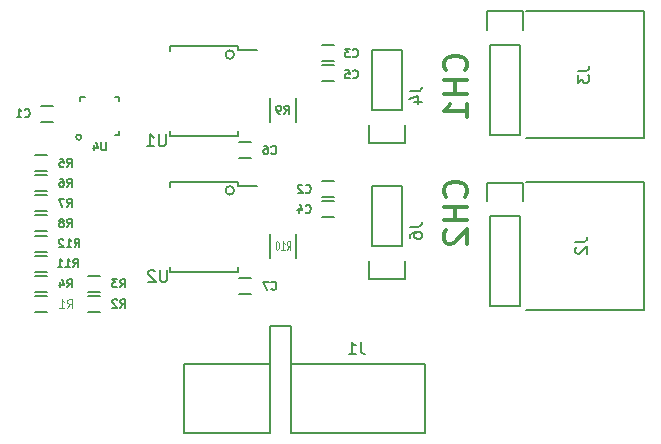
<source format=gbr>
G04 #@! TF.FileFunction,Legend,Bot*
%FSLAX46Y46*%
G04 Gerber Fmt 4.6, Leading zero omitted, Abs format (unit mm)*
G04 Created by KiCad (PCBNEW 4.0.6-e0-6349~53~ubuntu14.04.1) date Tue Jun 27 14:22:21 2017*
%MOMM*%
%LPD*%
G01*
G04 APERTURE LIST*
%ADD10C,0.100000*%
%ADD11C,0.300000*%
%ADD12C,0.150000*%
%ADD13C,0.152400*%
%ADD14C,0.125000*%
G04 APERTURE END LIST*
D10*
D11*
X163614286Y-83319048D02*
X163709524Y-83223810D01*
X163804762Y-82938095D01*
X163804762Y-82747619D01*
X163709524Y-82461905D01*
X163519048Y-82271429D01*
X163328571Y-82176190D01*
X162947619Y-82080952D01*
X162661905Y-82080952D01*
X162280952Y-82176190D01*
X162090476Y-82271429D01*
X161900000Y-82461905D01*
X161804762Y-82747619D01*
X161804762Y-82938095D01*
X161900000Y-83223810D01*
X161995238Y-83319048D01*
X163804762Y-84176190D02*
X161804762Y-84176190D01*
X162757143Y-84176190D02*
X162757143Y-85319048D01*
X163804762Y-85319048D02*
X161804762Y-85319048D01*
X161995238Y-86176190D02*
X161900000Y-86271428D01*
X161804762Y-86461905D01*
X161804762Y-86938095D01*
X161900000Y-87128571D01*
X161995238Y-87223809D01*
X162185714Y-87319048D01*
X162376190Y-87319048D01*
X162661905Y-87223809D01*
X163804762Y-86080952D01*
X163804762Y-87319048D01*
X163614286Y-72619048D02*
X163709524Y-72523810D01*
X163804762Y-72238095D01*
X163804762Y-72047619D01*
X163709524Y-71761905D01*
X163519048Y-71571429D01*
X163328571Y-71476190D01*
X162947619Y-71380952D01*
X162661905Y-71380952D01*
X162280952Y-71476190D01*
X162090476Y-71571429D01*
X161900000Y-71761905D01*
X161804762Y-72047619D01*
X161804762Y-72238095D01*
X161900000Y-72523810D01*
X161995238Y-72619048D01*
X163804762Y-73476190D02*
X161804762Y-73476190D01*
X162757143Y-73476190D02*
X162757143Y-74619048D01*
X163804762Y-74619048D02*
X161804762Y-74619048D01*
X163804762Y-76619048D02*
X163804762Y-75476190D01*
X163804762Y-76047619D02*
X161804762Y-76047619D01*
X162090476Y-75857143D01*
X162280952Y-75666667D01*
X162376190Y-75476190D01*
D12*
X148900180Y-97500640D02*
X148900180Y-94300240D01*
X148900180Y-94300240D02*
X147099320Y-94300240D01*
X147099320Y-94300240D02*
X147099320Y-97500640D01*
X160200640Y-97500640D02*
X148900180Y-97500640D01*
X148900180Y-97500640D02*
X148900180Y-103299460D01*
X148900180Y-103299460D02*
X160200640Y-103299460D01*
X160200640Y-103299460D02*
X160200640Y-97500640D01*
X139799360Y-97500640D02*
X147099320Y-97500640D01*
X147099320Y-103299460D02*
X139799360Y-103299460D01*
X147099320Y-97500640D02*
X147099320Y-103299460D01*
X139799360Y-97500640D02*
X139799360Y-103299460D01*
D13*
X144060555Y-82800000D02*
G75*
G03X144060555Y-82800000I-360555J0D01*
G01*
D12*
X144375000Y-82075000D02*
X144375000Y-82425000D01*
X138625000Y-82075000D02*
X138625000Y-82525000D01*
X138625000Y-89725000D02*
X138625000Y-89275000D01*
X144375000Y-89725000D02*
X144375000Y-89275000D01*
X144375000Y-82075000D02*
X138625000Y-82075000D01*
X144375000Y-89725000D02*
X138625000Y-89725000D01*
X144375000Y-82425000D02*
X145975000Y-82425000D01*
D13*
X144060555Y-71300000D02*
G75*
G03X144060555Y-71300000I-360555J0D01*
G01*
D12*
X144375000Y-70575000D02*
X144375000Y-70925000D01*
X138625000Y-70575000D02*
X138625000Y-71025000D01*
X138625000Y-78225000D02*
X138625000Y-77775000D01*
X144375000Y-78225000D02*
X144375000Y-77775000D01*
X144375000Y-70575000D02*
X138625000Y-70575000D01*
X144375000Y-78225000D02*
X138625000Y-78225000D01*
X144375000Y-70925000D02*
X145975000Y-70925000D01*
D13*
X131123607Y-78300000D02*
G75*
G03X131123607Y-78300000I-223607J0D01*
G01*
D12*
X134350000Y-78150000D02*
X134350000Y-77800000D01*
X131050000Y-74850000D02*
X131050000Y-75200000D01*
X134350000Y-74850000D02*
X134350000Y-75200000D01*
X131050000Y-74850000D02*
X131400000Y-74850000D01*
X134350000Y-74850000D02*
X134000000Y-74850000D01*
X134350000Y-78150000D02*
X134000000Y-78150000D01*
X127700000Y-76975000D02*
X128700000Y-76975000D01*
X128700000Y-75625000D02*
X127700000Y-75625000D01*
X152500000Y-82025000D02*
X151500000Y-82025000D01*
X151500000Y-83375000D02*
X152500000Y-83375000D01*
X152500000Y-70525000D02*
X151500000Y-70525000D01*
X151500000Y-71875000D02*
X152500000Y-71875000D01*
X152500000Y-83725000D02*
X151500000Y-83725000D01*
X151500000Y-85075000D02*
X152500000Y-85075000D01*
X152500000Y-72225000D02*
X151500000Y-72225000D01*
X151500000Y-73575000D02*
X152500000Y-73575000D01*
X144500000Y-80075000D02*
X145500000Y-80075000D01*
X145500000Y-78725000D02*
X144500000Y-78725000D01*
X144500000Y-91575000D02*
X145500000Y-91575000D01*
X145500000Y-90225000D02*
X144500000Y-90225000D01*
X127200000Y-93075000D02*
X128200000Y-93075000D01*
X128200000Y-91725000D02*
X127200000Y-91725000D01*
X131700000Y-93075000D02*
X132700000Y-93075000D01*
X132700000Y-91725000D02*
X131700000Y-91725000D01*
X132700000Y-90025000D02*
X131700000Y-90025000D01*
X131700000Y-91375000D02*
X132700000Y-91375000D01*
X127200000Y-91375000D02*
X128200000Y-91375000D01*
X128200000Y-90025000D02*
X127200000Y-90025000D01*
X127200000Y-81175000D02*
X128200000Y-81175000D01*
X128200000Y-79825000D02*
X127200000Y-79825000D01*
X127200000Y-82875000D02*
X128200000Y-82875000D01*
X128200000Y-81525000D02*
X127200000Y-81525000D01*
X127200000Y-84575000D02*
X128200000Y-84575000D01*
X128200000Y-83225000D02*
X127200000Y-83225000D01*
X127200000Y-86275000D02*
X128200000Y-86275000D01*
X128200000Y-84925000D02*
X127200000Y-84925000D01*
X149275000Y-77000000D02*
X149275000Y-75000000D01*
X147125000Y-75000000D02*
X147125000Y-77000000D01*
X149275000Y-88500000D02*
X149275000Y-86500000D01*
X147125000Y-86500000D02*
X147125000Y-88500000D01*
X127200000Y-89675000D02*
X128200000Y-89675000D01*
X128200000Y-88325000D02*
X127200000Y-88325000D01*
X127200000Y-87975000D02*
X128200000Y-87975000D01*
X128200000Y-86625000D02*
X127200000Y-86625000D01*
D13*
X168800000Y-67600000D02*
X178800000Y-67600000D01*
X178800000Y-67600000D02*
X178800000Y-78400000D01*
X178800000Y-78400000D02*
X168800000Y-78400000D01*
D12*
X165730000Y-70460000D02*
X165730000Y-78080000D01*
X168270000Y-70460000D02*
X168270000Y-78080000D01*
X168550000Y-67640000D02*
X168550000Y-69190000D01*
X165730000Y-78080000D02*
X168270000Y-78080000D01*
X168270000Y-70460000D02*
X165730000Y-70460000D01*
X165450000Y-69190000D02*
X165450000Y-67640000D01*
X165450000Y-67640000D02*
X168550000Y-67640000D01*
D13*
X168800000Y-82100000D02*
X178800000Y-82100000D01*
X178800000Y-82100000D02*
X178800000Y-92900000D01*
X178800000Y-92900000D02*
X168800000Y-92900000D01*
D12*
X165730000Y-84960000D02*
X165730000Y-92580000D01*
X168270000Y-84960000D02*
X168270000Y-92580000D01*
X168550000Y-82140000D02*
X168550000Y-83690000D01*
X165730000Y-92580000D02*
X168270000Y-92580000D01*
X168270000Y-84960000D02*
X165730000Y-84960000D01*
X165450000Y-83690000D02*
X165450000Y-82140000D01*
X165450000Y-82140000D02*
X168550000Y-82140000D01*
X158270000Y-76000000D02*
X158270000Y-70920000D01*
X155730000Y-76000000D02*
X155730000Y-70920000D01*
X155450000Y-78820000D02*
X155450000Y-77270000D01*
X158270000Y-70920000D02*
X155730000Y-70920000D01*
X155730000Y-76000000D02*
X158270000Y-76000000D01*
X158550000Y-77270000D02*
X158550000Y-78820000D01*
X158550000Y-78820000D02*
X155450000Y-78820000D01*
X158270000Y-87500000D02*
X158270000Y-82420000D01*
X155730000Y-87500000D02*
X155730000Y-82420000D01*
X155450000Y-90320000D02*
X155450000Y-88770000D01*
X158270000Y-82420000D02*
X155730000Y-82420000D01*
X155730000Y-87500000D02*
X158270000Y-87500000D01*
X158550000Y-88770000D02*
X158550000Y-90320000D01*
X158550000Y-90320000D02*
X155450000Y-90320000D01*
X154778333Y-95642381D02*
X154778333Y-96356667D01*
X154825953Y-96499524D01*
X154921191Y-96594762D01*
X155064048Y-96642381D01*
X155159286Y-96642381D01*
X153778333Y-96642381D02*
X154349762Y-96642381D01*
X154064048Y-96642381D02*
X154064048Y-95642381D01*
X154159286Y-95785238D01*
X154254524Y-95880476D01*
X154349762Y-95928095D01*
X138361905Y-89552381D02*
X138361905Y-90361905D01*
X138314286Y-90457143D01*
X138266667Y-90504762D01*
X138171429Y-90552381D01*
X137980952Y-90552381D01*
X137885714Y-90504762D01*
X137838095Y-90457143D01*
X137790476Y-90361905D01*
X137790476Y-89552381D01*
X137361905Y-89647619D02*
X137314286Y-89600000D01*
X137219048Y-89552381D01*
X136980952Y-89552381D01*
X136885714Y-89600000D01*
X136838095Y-89647619D01*
X136790476Y-89742857D01*
X136790476Y-89838095D01*
X136838095Y-89980952D01*
X137409524Y-90552381D01*
X136790476Y-90552381D01*
X138261905Y-78052381D02*
X138261905Y-78861905D01*
X138214286Y-78957143D01*
X138166667Y-79004762D01*
X138071429Y-79052381D01*
X137880952Y-79052381D01*
X137785714Y-79004762D01*
X137738095Y-78957143D01*
X137690476Y-78861905D01*
X137690476Y-78052381D01*
X136690476Y-79052381D02*
X137261905Y-79052381D01*
X136976191Y-79052381D02*
X136976191Y-78052381D01*
X137071429Y-78195238D01*
X137166667Y-78290476D01*
X137261905Y-78338095D01*
X133233333Y-78716667D02*
X133233333Y-79283333D01*
X133200000Y-79350000D01*
X133166667Y-79383333D01*
X133100000Y-79416667D01*
X132966667Y-79416667D01*
X132900000Y-79383333D01*
X132866667Y-79350000D01*
X132833333Y-79283333D01*
X132833333Y-78716667D01*
X132200000Y-78950000D02*
X132200000Y-79416667D01*
X132366667Y-78683333D02*
X132533334Y-79183333D01*
X132100000Y-79183333D01*
X126316666Y-76550000D02*
X126350000Y-76583333D01*
X126450000Y-76616667D01*
X126516666Y-76616667D01*
X126616666Y-76583333D01*
X126683333Y-76516667D01*
X126716666Y-76450000D01*
X126750000Y-76316667D01*
X126750000Y-76216667D01*
X126716666Y-76083333D01*
X126683333Y-76016667D01*
X126616666Y-75950000D01*
X126516666Y-75916667D01*
X126450000Y-75916667D01*
X126350000Y-75950000D01*
X126316666Y-75983333D01*
X125650000Y-76616667D02*
X126050000Y-76616667D01*
X125850000Y-76616667D02*
X125850000Y-75916667D01*
X125916666Y-76016667D01*
X125983333Y-76083333D01*
X126050000Y-76116667D01*
X150116666Y-82950000D02*
X150150000Y-82983333D01*
X150250000Y-83016667D01*
X150316666Y-83016667D01*
X150416666Y-82983333D01*
X150483333Y-82916667D01*
X150516666Y-82850000D01*
X150550000Y-82716667D01*
X150550000Y-82616667D01*
X150516666Y-82483333D01*
X150483333Y-82416667D01*
X150416666Y-82350000D01*
X150316666Y-82316667D01*
X150250000Y-82316667D01*
X150150000Y-82350000D01*
X150116666Y-82383333D01*
X149850000Y-82383333D02*
X149816666Y-82350000D01*
X149750000Y-82316667D01*
X149583333Y-82316667D01*
X149516666Y-82350000D01*
X149483333Y-82383333D01*
X149450000Y-82450000D01*
X149450000Y-82516667D01*
X149483333Y-82616667D01*
X149883333Y-83016667D01*
X149450000Y-83016667D01*
X154116666Y-71450000D02*
X154150000Y-71483333D01*
X154250000Y-71516667D01*
X154316666Y-71516667D01*
X154416666Y-71483333D01*
X154483333Y-71416667D01*
X154516666Y-71350000D01*
X154550000Y-71216667D01*
X154550000Y-71116667D01*
X154516666Y-70983333D01*
X154483333Y-70916667D01*
X154416666Y-70850000D01*
X154316666Y-70816667D01*
X154250000Y-70816667D01*
X154150000Y-70850000D01*
X154116666Y-70883333D01*
X153883333Y-70816667D02*
X153450000Y-70816667D01*
X153683333Y-71083333D01*
X153583333Y-71083333D01*
X153516666Y-71116667D01*
X153483333Y-71150000D01*
X153450000Y-71216667D01*
X153450000Y-71383333D01*
X153483333Y-71450000D01*
X153516666Y-71483333D01*
X153583333Y-71516667D01*
X153783333Y-71516667D01*
X153850000Y-71483333D01*
X153883333Y-71450000D01*
X150116666Y-84650000D02*
X150150000Y-84683333D01*
X150250000Y-84716667D01*
X150316666Y-84716667D01*
X150416666Y-84683333D01*
X150483333Y-84616667D01*
X150516666Y-84550000D01*
X150550000Y-84416667D01*
X150550000Y-84316667D01*
X150516666Y-84183333D01*
X150483333Y-84116667D01*
X150416666Y-84050000D01*
X150316666Y-84016667D01*
X150250000Y-84016667D01*
X150150000Y-84050000D01*
X150116666Y-84083333D01*
X149516666Y-84250000D02*
X149516666Y-84716667D01*
X149683333Y-83983333D02*
X149850000Y-84483333D01*
X149416666Y-84483333D01*
X154116666Y-73250000D02*
X154150000Y-73283333D01*
X154250000Y-73316667D01*
X154316666Y-73316667D01*
X154416666Y-73283333D01*
X154483333Y-73216667D01*
X154516666Y-73150000D01*
X154550000Y-73016667D01*
X154550000Y-72916667D01*
X154516666Y-72783333D01*
X154483333Y-72716667D01*
X154416666Y-72650000D01*
X154316666Y-72616667D01*
X154250000Y-72616667D01*
X154150000Y-72650000D01*
X154116666Y-72683333D01*
X153483333Y-72616667D02*
X153816666Y-72616667D01*
X153850000Y-72950000D01*
X153816666Y-72916667D01*
X153750000Y-72883333D01*
X153583333Y-72883333D01*
X153516666Y-72916667D01*
X153483333Y-72950000D01*
X153450000Y-73016667D01*
X153450000Y-73183333D01*
X153483333Y-73250000D01*
X153516666Y-73283333D01*
X153583333Y-73316667D01*
X153750000Y-73316667D01*
X153816666Y-73283333D01*
X153850000Y-73250000D01*
X147216666Y-79650000D02*
X147250000Y-79683333D01*
X147350000Y-79716667D01*
X147416666Y-79716667D01*
X147516666Y-79683333D01*
X147583333Y-79616667D01*
X147616666Y-79550000D01*
X147650000Y-79416667D01*
X147650000Y-79316667D01*
X147616666Y-79183333D01*
X147583333Y-79116667D01*
X147516666Y-79050000D01*
X147416666Y-79016667D01*
X147350000Y-79016667D01*
X147250000Y-79050000D01*
X147216666Y-79083333D01*
X146616666Y-79016667D02*
X146750000Y-79016667D01*
X146816666Y-79050000D01*
X146850000Y-79083333D01*
X146916666Y-79183333D01*
X146950000Y-79316667D01*
X146950000Y-79583333D01*
X146916666Y-79650000D01*
X146883333Y-79683333D01*
X146816666Y-79716667D01*
X146683333Y-79716667D01*
X146616666Y-79683333D01*
X146583333Y-79650000D01*
X146550000Y-79583333D01*
X146550000Y-79416667D01*
X146583333Y-79350000D01*
X146616666Y-79316667D01*
X146683333Y-79283333D01*
X146816666Y-79283333D01*
X146883333Y-79316667D01*
X146916666Y-79350000D01*
X146950000Y-79416667D01*
X147216666Y-91150000D02*
X147250000Y-91183333D01*
X147350000Y-91216667D01*
X147416666Y-91216667D01*
X147516666Y-91183333D01*
X147583333Y-91116667D01*
X147616666Y-91050000D01*
X147650000Y-90916667D01*
X147650000Y-90816667D01*
X147616666Y-90683333D01*
X147583333Y-90616667D01*
X147516666Y-90550000D01*
X147416666Y-90516667D01*
X147350000Y-90516667D01*
X147250000Y-90550000D01*
X147216666Y-90583333D01*
X146983333Y-90516667D02*
X146516666Y-90516667D01*
X146816666Y-91216667D01*
D14*
X129916666Y-92716667D02*
X130150000Y-92383333D01*
X130316666Y-92716667D02*
X130316666Y-92016667D01*
X130050000Y-92016667D01*
X129983333Y-92050000D01*
X129950000Y-92083333D01*
X129916666Y-92150000D01*
X129916666Y-92250000D01*
X129950000Y-92316667D01*
X129983333Y-92350000D01*
X130050000Y-92383333D01*
X130316666Y-92383333D01*
X129250000Y-92716667D02*
X129650000Y-92716667D01*
X129450000Y-92716667D02*
X129450000Y-92016667D01*
X129516666Y-92116667D01*
X129583333Y-92183333D01*
X129650000Y-92216667D01*
D12*
X134416666Y-92716667D02*
X134650000Y-92383333D01*
X134816666Y-92716667D02*
X134816666Y-92016667D01*
X134550000Y-92016667D01*
X134483333Y-92050000D01*
X134450000Y-92083333D01*
X134416666Y-92150000D01*
X134416666Y-92250000D01*
X134450000Y-92316667D01*
X134483333Y-92350000D01*
X134550000Y-92383333D01*
X134816666Y-92383333D01*
X134150000Y-92083333D02*
X134116666Y-92050000D01*
X134050000Y-92016667D01*
X133883333Y-92016667D01*
X133816666Y-92050000D01*
X133783333Y-92083333D01*
X133750000Y-92150000D01*
X133750000Y-92216667D01*
X133783333Y-92316667D01*
X134183333Y-92716667D01*
X133750000Y-92716667D01*
X134416666Y-91016667D02*
X134650000Y-90683333D01*
X134816666Y-91016667D02*
X134816666Y-90316667D01*
X134550000Y-90316667D01*
X134483333Y-90350000D01*
X134450000Y-90383333D01*
X134416666Y-90450000D01*
X134416666Y-90550000D01*
X134450000Y-90616667D01*
X134483333Y-90650000D01*
X134550000Y-90683333D01*
X134816666Y-90683333D01*
X134183333Y-90316667D02*
X133750000Y-90316667D01*
X133983333Y-90583333D01*
X133883333Y-90583333D01*
X133816666Y-90616667D01*
X133783333Y-90650000D01*
X133750000Y-90716667D01*
X133750000Y-90883333D01*
X133783333Y-90950000D01*
X133816666Y-90983333D01*
X133883333Y-91016667D01*
X134083333Y-91016667D01*
X134150000Y-90983333D01*
X134183333Y-90950000D01*
X129916666Y-91016667D02*
X130150000Y-90683333D01*
X130316666Y-91016667D02*
X130316666Y-90316667D01*
X130050000Y-90316667D01*
X129983333Y-90350000D01*
X129950000Y-90383333D01*
X129916666Y-90450000D01*
X129916666Y-90550000D01*
X129950000Y-90616667D01*
X129983333Y-90650000D01*
X130050000Y-90683333D01*
X130316666Y-90683333D01*
X129316666Y-90550000D02*
X129316666Y-91016667D01*
X129483333Y-90283333D02*
X129650000Y-90783333D01*
X129216666Y-90783333D01*
X129916666Y-80816667D02*
X130150000Y-80483333D01*
X130316666Y-80816667D02*
X130316666Y-80116667D01*
X130050000Y-80116667D01*
X129983333Y-80150000D01*
X129950000Y-80183333D01*
X129916666Y-80250000D01*
X129916666Y-80350000D01*
X129950000Y-80416667D01*
X129983333Y-80450000D01*
X130050000Y-80483333D01*
X130316666Y-80483333D01*
X129283333Y-80116667D02*
X129616666Y-80116667D01*
X129650000Y-80450000D01*
X129616666Y-80416667D01*
X129550000Y-80383333D01*
X129383333Y-80383333D01*
X129316666Y-80416667D01*
X129283333Y-80450000D01*
X129250000Y-80516667D01*
X129250000Y-80683333D01*
X129283333Y-80750000D01*
X129316666Y-80783333D01*
X129383333Y-80816667D01*
X129550000Y-80816667D01*
X129616666Y-80783333D01*
X129650000Y-80750000D01*
X129916666Y-82516667D02*
X130150000Y-82183333D01*
X130316666Y-82516667D02*
X130316666Y-81816667D01*
X130050000Y-81816667D01*
X129983333Y-81850000D01*
X129950000Y-81883333D01*
X129916666Y-81950000D01*
X129916666Y-82050000D01*
X129950000Y-82116667D01*
X129983333Y-82150000D01*
X130050000Y-82183333D01*
X130316666Y-82183333D01*
X129316666Y-81816667D02*
X129450000Y-81816667D01*
X129516666Y-81850000D01*
X129550000Y-81883333D01*
X129616666Y-81983333D01*
X129650000Y-82116667D01*
X129650000Y-82383333D01*
X129616666Y-82450000D01*
X129583333Y-82483333D01*
X129516666Y-82516667D01*
X129383333Y-82516667D01*
X129316666Y-82483333D01*
X129283333Y-82450000D01*
X129250000Y-82383333D01*
X129250000Y-82216667D01*
X129283333Y-82150000D01*
X129316666Y-82116667D01*
X129383333Y-82083333D01*
X129516666Y-82083333D01*
X129583333Y-82116667D01*
X129616666Y-82150000D01*
X129650000Y-82216667D01*
X129916666Y-84216667D02*
X130150000Y-83883333D01*
X130316666Y-84216667D02*
X130316666Y-83516667D01*
X130050000Y-83516667D01*
X129983333Y-83550000D01*
X129950000Y-83583333D01*
X129916666Y-83650000D01*
X129916666Y-83750000D01*
X129950000Y-83816667D01*
X129983333Y-83850000D01*
X130050000Y-83883333D01*
X130316666Y-83883333D01*
X129683333Y-83516667D02*
X129216666Y-83516667D01*
X129516666Y-84216667D01*
X129916666Y-85916667D02*
X130150000Y-85583333D01*
X130316666Y-85916667D02*
X130316666Y-85216667D01*
X130050000Y-85216667D01*
X129983333Y-85250000D01*
X129950000Y-85283333D01*
X129916666Y-85350000D01*
X129916666Y-85450000D01*
X129950000Y-85516667D01*
X129983333Y-85550000D01*
X130050000Y-85583333D01*
X130316666Y-85583333D01*
X129516666Y-85516667D02*
X129583333Y-85483333D01*
X129616666Y-85450000D01*
X129650000Y-85383333D01*
X129650000Y-85350000D01*
X129616666Y-85283333D01*
X129583333Y-85250000D01*
X129516666Y-85216667D01*
X129383333Y-85216667D01*
X129316666Y-85250000D01*
X129283333Y-85283333D01*
X129250000Y-85350000D01*
X129250000Y-85383333D01*
X129283333Y-85450000D01*
X129316666Y-85483333D01*
X129383333Y-85516667D01*
X129516666Y-85516667D01*
X129583333Y-85550000D01*
X129616666Y-85583333D01*
X129650000Y-85650000D01*
X129650000Y-85783333D01*
X129616666Y-85850000D01*
X129583333Y-85883333D01*
X129516666Y-85916667D01*
X129383333Y-85916667D01*
X129316666Y-85883333D01*
X129283333Y-85850000D01*
X129250000Y-85783333D01*
X129250000Y-85650000D01*
X129283333Y-85583333D01*
X129316666Y-85550000D01*
X129383333Y-85516667D01*
X148316666Y-76316667D02*
X148550000Y-75983333D01*
X148716666Y-76316667D02*
X148716666Y-75616667D01*
X148450000Y-75616667D01*
X148383333Y-75650000D01*
X148350000Y-75683333D01*
X148316666Y-75750000D01*
X148316666Y-75850000D01*
X148350000Y-75916667D01*
X148383333Y-75950000D01*
X148450000Y-75983333D01*
X148716666Y-75983333D01*
X147983333Y-76316667D02*
X147850000Y-76316667D01*
X147783333Y-76283333D01*
X147750000Y-76250000D01*
X147683333Y-76150000D01*
X147650000Y-76016667D01*
X147650000Y-75750000D01*
X147683333Y-75683333D01*
X147716666Y-75650000D01*
X147783333Y-75616667D01*
X147916666Y-75616667D01*
X147983333Y-75650000D01*
X148016666Y-75683333D01*
X148050000Y-75750000D01*
X148050000Y-75916667D01*
X148016666Y-75983333D01*
X147983333Y-76016667D01*
X147916666Y-76050000D01*
X147783333Y-76050000D01*
X147716666Y-76016667D01*
X147683333Y-75983333D01*
X147650000Y-75916667D01*
D14*
X148521428Y-87816667D02*
X148688095Y-87483333D01*
X148807142Y-87816667D02*
X148807142Y-87116667D01*
X148616666Y-87116667D01*
X148569047Y-87150000D01*
X148545238Y-87183333D01*
X148521428Y-87250000D01*
X148521428Y-87350000D01*
X148545238Y-87416667D01*
X148569047Y-87450000D01*
X148616666Y-87483333D01*
X148807142Y-87483333D01*
X148045238Y-87816667D02*
X148330952Y-87816667D01*
X148188095Y-87816667D02*
X148188095Y-87116667D01*
X148235714Y-87216667D01*
X148283333Y-87283333D01*
X148330952Y-87316667D01*
X147735714Y-87116667D02*
X147688095Y-87116667D01*
X147640476Y-87150000D01*
X147616667Y-87183333D01*
X147592857Y-87250000D01*
X147569048Y-87383333D01*
X147569048Y-87550000D01*
X147592857Y-87683333D01*
X147616667Y-87750000D01*
X147640476Y-87783333D01*
X147688095Y-87816667D01*
X147735714Y-87816667D01*
X147783333Y-87783333D01*
X147807143Y-87750000D01*
X147830952Y-87683333D01*
X147854762Y-87550000D01*
X147854762Y-87383333D01*
X147830952Y-87250000D01*
X147807143Y-87183333D01*
X147783333Y-87150000D01*
X147735714Y-87116667D01*
D12*
X130450000Y-89316667D02*
X130683334Y-88983333D01*
X130850000Y-89316667D02*
X130850000Y-88616667D01*
X130583334Y-88616667D01*
X130516667Y-88650000D01*
X130483334Y-88683333D01*
X130450000Y-88750000D01*
X130450000Y-88850000D01*
X130483334Y-88916667D01*
X130516667Y-88950000D01*
X130583334Y-88983333D01*
X130850000Y-88983333D01*
X129783334Y-89316667D02*
X130183334Y-89316667D01*
X129983334Y-89316667D02*
X129983334Y-88616667D01*
X130050000Y-88716667D01*
X130116667Y-88783333D01*
X130183334Y-88816667D01*
X129116667Y-89316667D02*
X129516667Y-89316667D01*
X129316667Y-89316667D02*
X129316667Y-88616667D01*
X129383333Y-88716667D01*
X129450000Y-88783333D01*
X129516667Y-88816667D01*
X130550000Y-87616667D02*
X130783334Y-87283333D01*
X130950000Y-87616667D02*
X130950000Y-86916667D01*
X130683334Y-86916667D01*
X130616667Y-86950000D01*
X130583334Y-86983333D01*
X130550000Y-87050000D01*
X130550000Y-87150000D01*
X130583334Y-87216667D01*
X130616667Y-87250000D01*
X130683334Y-87283333D01*
X130950000Y-87283333D01*
X129883334Y-87616667D02*
X130283334Y-87616667D01*
X130083334Y-87616667D02*
X130083334Y-86916667D01*
X130150000Y-87016667D01*
X130216667Y-87083333D01*
X130283334Y-87116667D01*
X129616667Y-86983333D02*
X129583333Y-86950000D01*
X129516667Y-86916667D01*
X129350000Y-86916667D01*
X129283333Y-86950000D01*
X129250000Y-86983333D01*
X129216667Y-87050000D01*
X129216667Y-87116667D01*
X129250000Y-87216667D01*
X129650000Y-87616667D01*
X129216667Y-87616667D01*
X173152381Y-72666667D02*
X173866667Y-72666667D01*
X174009524Y-72619047D01*
X174104762Y-72523809D01*
X174152381Y-72380952D01*
X174152381Y-72285714D01*
X173152381Y-73047619D02*
X173152381Y-73666667D01*
X173533333Y-73333333D01*
X173533333Y-73476191D01*
X173580952Y-73571429D01*
X173628571Y-73619048D01*
X173723810Y-73666667D01*
X173961905Y-73666667D01*
X174057143Y-73619048D01*
X174104762Y-73571429D01*
X174152381Y-73476191D01*
X174152381Y-73190476D01*
X174104762Y-73095238D01*
X174057143Y-73047619D01*
X172952381Y-87166667D02*
X173666667Y-87166667D01*
X173809524Y-87119047D01*
X173904762Y-87023809D01*
X173952381Y-86880952D01*
X173952381Y-86785714D01*
X173047619Y-87595238D02*
X173000000Y-87642857D01*
X172952381Y-87738095D01*
X172952381Y-87976191D01*
X173000000Y-88071429D01*
X173047619Y-88119048D01*
X173142857Y-88166667D01*
X173238095Y-88166667D01*
X173380952Y-88119048D01*
X173952381Y-87547619D01*
X173952381Y-88166667D01*
X158952381Y-74396667D02*
X159666667Y-74396667D01*
X159809524Y-74349047D01*
X159904762Y-74253809D01*
X159952381Y-74110952D01*
X159952381Y-74015714D01*
X159285714Y-75301429D02*
X159952381Y-75301429D01*
X158904762Y-75063333D02*
X159619048Y-74825238D01*
X159619048Y-75444286D01*
X158952381Y-85896667D02*
X159666667Y-85896667D01*
X159809524Y-85849047D01*
X159904762Y-85753809D01*
X159952381Y-85610952D01*
X159952381Y-85515714D01*
X158952381Y-86801429D02*
X158952381Y-86610952D01*
X159000000Y-86515714D01*
X159047619Y-86468095D01*
X159190476Y-86372857D01*
X159380952Y-86325238D01*
X159761905Y-86325238D01*
X159857143Y-86372857D01*
X159904762Y-86420476D01*
X159952381Y-86515714D01*
X159952381Y-86706191D01*
X159904762Y-86801429D01*
X159857143Y-86849048D01*
X159761905Y-86896667D01*
X159523810Y-86896667D01*
X159428571Y-86849048D01*
X159380952Y-86801429D01*
X159333333Y-86706191D01*
X159333333Y-86515714D01*
X159380952Y-86420476D01*
X159428571Y-86372857D01*
X159523810Y-86325238D01*
M02*

</source>
